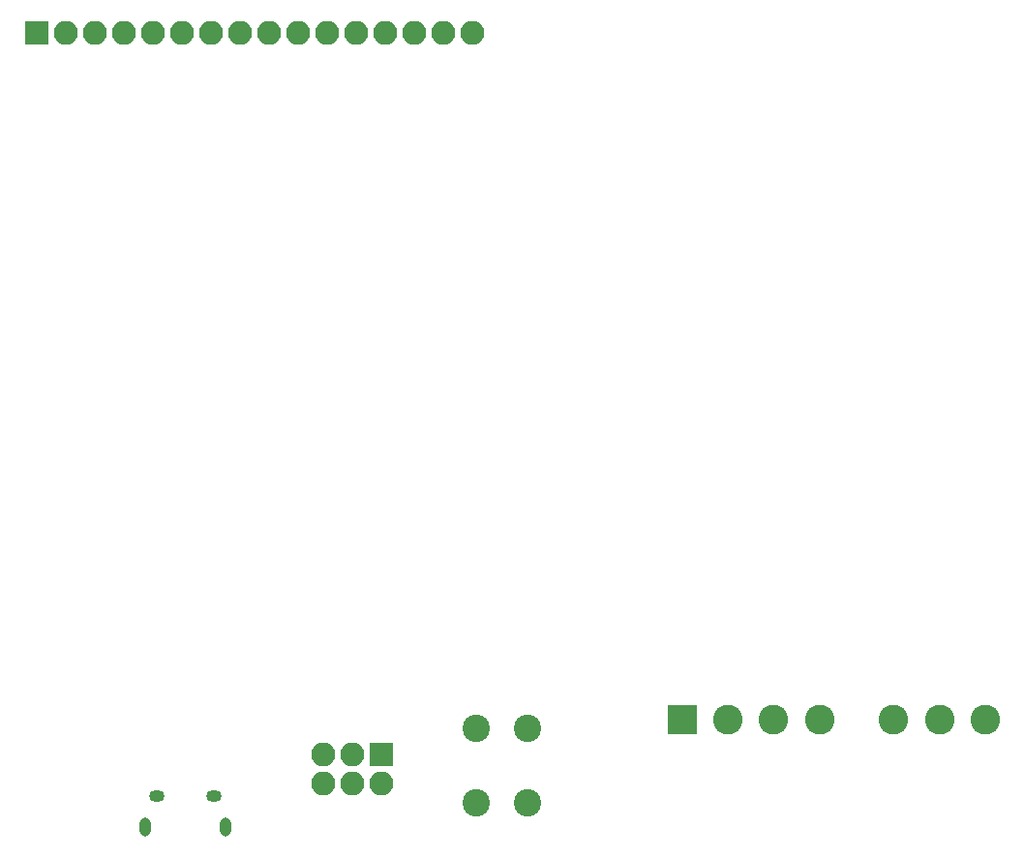
<source format=gbr>
G04 #@! TF.FileFunction,Soldermask,Bot*
%FSLAX46Y46*%
G04 Gerber Fmt 4.6, Leading zero omitted, Abs format (unit mm)*
G04 Created by KiCad (PCBNEW 4.0.7-e1-6374~58~ubuntu16.04.1) date Tue Aug 15 21:07:30 2017*
%MOMM*%
%LPD*%
G01*
G04 APERTURE LIST*
%ADD10C,0.100000*%
%ADD11R,2.100000X2.100000*%
%ADD12O,2.100000X2.100000*%
%ADD13O,0.990000X1.650000*%
%ADD14O,1.350000X1.050000*%
%ADD15C,2.600000*%
%ADD16R,2.600000X2.600000*%
%ADD17C,2.400000*%
G04 APERTURE END LIST*
D10*
D11*
X90000000Y-90000000D03*
D12*
X92540000Y-90000000D03*
X95080000Y-90000000D03*
X97620000Y-90000000D03*
X100160000Y-90000000D03*
X102700000Y-90000000D03*
X105240000Y-90000000D03*
X107780000Y-90000000D03*
X110320000Y-90000000D03*
X112860000Y-90000000D03*
X115400000Y-90000000D03*
X117940000Y-90000000D03*
X120480000Y-90000000D03*
X123020000Y-90000000D03*
X125560000Y-90000000D03*
X128100000Y-90000000D03*
D11*
X120200000Y-153200000D03*
D12*
X120200000Y-155740000D03*
X117660000Y-153200000D03*
X117660000Y-155740000D03*
X115120000Y-153200000D03*
X115120000Y-155740000D03*
D13*
X106550000Y-159550000D03*
D14*
X105550000Y-156850000D03*
D13*
X99550000Y-159550000D03*
D14*
X100550000Y-156850000D03*
D15*
X158500000Y-150100000D03*
X154500000Y-150100000D03*
X150500000Y-150100000D03*
X169000000Y-150100000D03*
X165000000Y-150100000D03*
D16*
X146500000Y-150100000D03*
D15*
X173000000Y-150100000D03*
D17*
X128450000Y-150900000D03*
X132950000Y-150900000D03*
X128450000Y-157400000D03*
X132950000Y-157400000D03*
M02*

</source>
